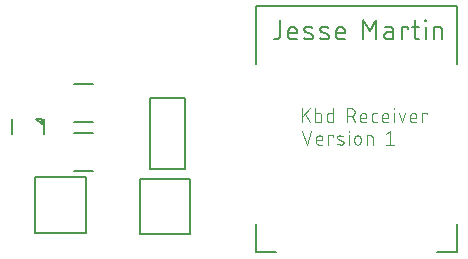
<source format=gto>
G75*
%MOIN*%
%OFA0B0*%
%FSLAX25Y25*%
%IPPOS*%
%LPD*%
%AMOC8*
5,1,8,0,0,1.08239X$1,22.5*
%
%ADD10C,0.00600*%
%ADD11C,0.00400*%
%ADD12C,0.00500*%
D10*
X0097954Y0087457D02*
X0098665Y0087457D01*
X0098665Y0087458D02*
X0098739Y0087460D01*
X0098814Y0087466D01*
X0098887Y0087476D01*
X0098961Y0087489D01*
X0099033Y0087506D01*
X0099104Y0087528D01*
X0099175Y0087552D01*
X0099243Y0087581D01*
X0099311Y0087613D01*
X0099376Y0087649D01*
X0099439Y0087687D01*
X0099501Y0087730D01*
X0099560Y0087775D01*
X0099617Y0087823D01*
X0099671Y0087874D01*
X0099722Y0087928D01*
X0099770Y0087985D01*
X0099815Y0088044D01*
X0099858Y0088106D01*
X0099896Y0088169D01*
X0099932Y0088234D01*
X0099964Y0088302D01*
X0099993Y0088370D01*
X0100017Y0088441D01*
X0100039Y0088512D01*
X0100056Y0088584D01*
X0100069Y0088658D01*
X0100079Y0088731D01*
X0100085Y0088806D01*
X0100087Y0088880D01*
X0100088Y0088880D02*
X0100088Y0093857D01*
X0102815Y0090302D02*
X0102815Y0088524D01*
X0102815Y0089591D02*
X0105660Y0089591D01*
X0105660Y0090302D01*
X0105659Y0090302D02*
X0105657Y0090376D01*
X0105651Y0090451D01*
X0105641Y0090524D01*
X0105628Y0090598D01*
X0105611Y0090670D01*
X0105589Y0090741D01*
X0105565Y0090812D01*
X0105536Y0090880D01*
X0105504Y0090948D01*
X0105468Y0091013D01*
X0105430Y0091076D01*
X0105387Y0091138D01*
X0105342Y0091197D01*
X0105294Y0091254D01*
X0105243Y0091308D01*
X0105189Y0091359D01*
X0105132Y0091407D01*
X0105073Y0091452D01*
X0105011Y0091495D01*
X0104948Y0091533D01*
X0104883Y0091569D01*
X0104815Y0091601D01*
X0104747Y0091630D01*
X0104676Y0091654D01*
X0104605Y0091676D01*
X0104533Y0091693D01*
X0104459Y0091706D01*
X0104386Y0091716D01*
X0104311Y0091722D01*
X0104237Y0091724D01*
X0104163Y0091722D01*
X0104088Y0091716D01*
X0104015Y0091706D01*
X0103941Y0091693D01*
X0103869Y0091676D01*
X0103798Y0091654D01*
X0103727Y0091630D01*
X0103659Y0091601D01*
X0103591Y0091569D01*
X0103526Y0091533D01*
X0103463Y0091495D01*
X0103401Y0091452D01*
X0103342Y0091407D01*
X0103285Y0091359D01*
X0103231Y0091308D01*
X0103180Y0091254D01*
X0103132Y0091197D01*
X0103087Y0091138D01*
X0103044Y0091076D01*
X0103006Y0091013D01*
X0102970Y0090948D01*
X0102938Y0090880D01*
X0102909Y0090812D01*
X0102885Y0090741D01*
X0102863Y0090670D01*
X0102846Y0090598D01*
X0102833Y0090524D01*
X0102823Y0090451D01*
X0102817Y0090376D01*
X0102815Y0090302D01*
X0102815Y0088524D02*
X0102817Y0088460D01*
X0102823Y0088395D01*
X0102832Y0088332D01*
X0102846Y0088269D01*
X0102863Y0088207D01*
X0102884Y0088146D01*
X0102909Y0088086D01*
X0102937Y0088028D01*
X0102969Y0087972D01*
X0103004Y0087918D01*
X0103042Y0087866D01*
X0103083Y0087816D01*
X0103128Y0087770D01*
X0103174Y0087725D01*
X0103224Y0087684D01*
X0103276Y0087646D01*
X0103330Y0087611D01*
X0103386Y0087579D01*
X0103444Y0087551D01*
X0103504Y0087526D01*
X0103565Y0087505D01*
X0103627Y0087488D01*
X0103690Y0087474D01*
X0103753Y0087465D01*
X0103818Y0087459D01*
X0103882Y0087457D01*
X0105660Y0087457D01*
X0109038Y0091725D02*
X0109156Y0091721D01*
X0109273Y0091714D01*
X0109391Y0091704D01*
X0109508Y0091690D01*
X0109624Y0091673D01*
X0109740Y0091653D01*
X0109856Y0091629D01*
X0109971Y0091602D01*
X0110085Y0091571D01*
X0110197Y0091537D01*
X0110309Y0091500D01*
X0110420Y0091459D01*
X0110530Y0091416D01*
X0110638Y0091369D01*
X0109037Y0091724D02*
X0108978Y0091723D01*
X0108918Y0091718D01*
X0108860Y0091709D01*
X0108801Y0091697D01*
X0108744Y0091680D01*
X0108688Y0091661D01*
X0108633Y0091637D01*
X0108580Y0091610D01*
X0108529Y0091580D01*
X0108480Y0091546D01*
X0108433Y0091510D01*
X0108389Y0091470D01*
X0108347Y0091428D01*
X0108308Y0091383D01*
X0108272Y0091335D01*
X0108239Y0091286D01*
X0108210Y0091234D01*
X0108183Y0091181D01*
X0108161Y0091126D01*
X0108142Y0091069D01*
X0108126Y0091012D01*
X0108115Y0090954D01*
X0108107Y0090895D01*
X0108103Y0090835D01*
X0108102Y0090776D01*
X0108106Y0090716D01*
X0108113Y0090657D01*
X0108125Y0090599D01*
X0108140Y0090541D01*
X0108158Y0090485D01*
X0108181Y0090430D01*
X0108206Y0090376D01*
X0108236Y0090324D01*
X0108268Y0090274D01*
X0108304Y0090227D01*
X0108342Y0090181D01*
X0108384Y0090139D01*
X0108428Y0090099D01*
X0108474Y0090062D01*
X0108523Y0090028D01*
X0108574Y0089997D01*
X0108627Y0089970D01*
X0108682Y0089946D01*
X0110460Y0089235D01*
X0110459Y0089235D02*
X0110514Y0089211D01*
X0110567Y0089184D01*
X0110618Y0089153D01*
X0110667Y0089119D01*
X0110713Y0089082D01*
X0110757Y0089042D01*
X0110799Y0089000D01*
X0110837Y0088954D01*
X0110873Y0088907D01*
X0110905Y0088857D01*
X0110935Y0088805D01*
X0110960Y0088751D01*
X0110983Y0088696D01*
X0111001Y0088640D01*
X0111016Y0088582D01*
X0111028Y0088524D01*
X0111035Y0088465D01*
X0111039Y0088405D01*
X0111038Y0088346D01*
X0111034Y0088286D01*
X0111026Y0088227D01*
X0111015Y0088169D01*
X0110999Y0088112D01*
X0110980Y0088055D01*
X0110958Y0088000D01*
X0110931Y0087947D01*
X0110902Y0087895D01*
X0110869Y0087846D01*
X0110833Y0087798D01*
X0110794Y0087753D01*
X0110752Y0087711D01*
X0110708Y0087671D01*
X0110661Y0087635D01*
X0110612Y0087601D01*
X0110561Y0087571D01*
X0110508Y0087544D01*
X0110453Y0087520D01*
X0110397Y0087501D01*
X0110340Y0087484D01*
X0110281Y0087472D01*
X0110223Y0087463D01*
X0110163Y0087458D01*
X0110104Y0087457D01*
X0114371Y0091725D02*
X0114489Y0091721D01*
X0114606Y0091714D01*
X0114724Y0091704D01*
X0114841Y0091690D01*
X0114957Y0091673D01*
X0115073Y0091653D01*
X0115189Y0091629D01*
X0115304Y0091602D01*
X0115418Y0091571D01*
X0115530Y0091537D01*
X0115642Y0091500D01*
X0115753Y0091459D01*
X0115863Y0091416D01*
X0115971Y0091369D01*
X0114371Y0091724D02*
X0114312Y0091723D01*
X0114252Y0091718D01*
X0114194Y0091709D01*
X0114135Y0091697D01*
X0114078Y0091680D01*
X0114022Y0091661D01*
X0113967Y0091637D01*
X0113914Y0091610D01*
X0113863Y0091580D01*
X0113814Y0091546D01*
X0113767Y0091510D01*
X0113723Y0091470D01*
X0113681Y0091428D01*
X0113642Y0091383D01*
X0113606Y0091335D01*
X0113573Y0091286D01*
X0113544Y0091234D01*
X0113517Y0091181D01*
X0113495Y0091126D01*
X0113476Y0091069D01*
X0113460Y0091012D01*
X0113449Y0090954D01*
X0113441Y0090895D01*
X0113437Y0090835D01*
X0113436Y0090776D01*
X0113440Y0090716D01*
X0113447Y0090657D01*
X0113459Y0090599D01*
X0113474Y0090541D01*
X0113492Y0090485D01*
X0113515Y0090430D01*
X0113540Y0090376D01*
X0113570Y0090324D01*
X0113602Y0090274D01*
X0113638Y0090227D01*
X0113676Y0090181D01*
X0113718Y0090139D01*
X0113762Y0090099D01*
X0113808Y0090062D01*
X0113857Y0090028D01*
X0113908Y0089997D01*
X0113961Y0089970D01*
X0114016Y0089946D01*
X0115793Y0089235D01*
X0115848Y0089211D01*
X0115901Y0089184D01*
X0115952Y0089153D01*
X0116001Y0089119D01*
X0116047Y0089082D01*
X0116091Y0089042D01*
X0116133Y0089000D01*
X0116171Y0088954D01*
X0116207Y0088907D01*
X0116239Y0088857D01*
X0116269Y0088805D01*
X0116294Y0088751D01*
X0116317Y0088696D01*
X0116335Y0088640D01*
X0116350Y0088582D01*
X0116362Y0088524D01*
X0116369Y0088465D01*
X0116373Y0088405D01*
X0116372Y0088346D01*
X0116368Y0088286D01*
X0116360Y0088227D01*
X0116349Y0088169D01*
X0116333Y0088112D01*
X0116314Y0088055D01*
X0116292Y0088000D01*
X0116265Y0087947D01*
X0116236Y0087895D01*
X0116203Y0087846D01*
X0116167Y0087798D01*
X0116128Y0087753D01*
X0116086Y0087711D01*
X0116042Y0087671D01*
X0115995Y0087635D01*
X0115946Y0087601D01*
X0115895Y0087571D01*
X0115842Y0087544D01*
X0115787Y0087520D01*
X0115731Y0087501D01*
X0115674Y0087484D01*
X0115615Y0087472D01*
X0115557Y0087463D01*
X0115497Y0087458D01*
X0115438Y0087457D01*
X0118816Y0088524D02*
X0118816Y0090302D01*
X0118816Y0089591D02*
X0121660Y0089591D01*
X0121660Y0090302D01*
X0121658Y0090376D01*
X0121652Y0090451D01*
X0121642Y0090524D01*
X0121629Y0090598D01*
X0121612Y0090670D01*
X0121590Y0090741D01*
X0121566Y0090812D01*
X0121537Y0090880D01*
X0121505Y0090948D01*
X0121469Y0091013D01*
X0121431Y0091076D01*
X0121388Y0091138D01*
X0121343Y0091197D01*
X0121295Y0091254D01*
X0121244Y0091308D01*
X0121190Y0091359D01*
X0121133Y0091407D01*
X0121074Y0091452D01*
X0121012Y0091495D01*
X0120949Y0091533D01*
X0120884Y0091569D01*
X0120816Y0091601D01*
X0120748Y0091630D01*
X0120677Y0091654D01*
X0120606Y0091676D01*
X0120534Y0091693D01*
X0120460Y0091706D01*
X0120387Y0091716D01*
X0120312Y0091722D01*
X0120238Y0091724D01*
X0120164Y0091722D01*
X0120089Y0091716D01*
X0120016Y0091706D01*
X0119942Y0091693D01*
X0119870Y0091676D01*
X0119799Y0091654D01*
X0119728Y0091630D01*
X0119660Y0091601D01*
X0119592Y0091569D01*
X0119527Y0091533D01*
X0119464Y0091495D01*
X0119402Y0091452D01*
X0119343Y0091407D01*
X0119286Y0091359D01*
X0119232Y0091308D01*
X0119181Y0091254D01*
X0119133Y0091197D01*
X0119088Y0091138D01*
X0119045Y0091076D01*
X0119007Y0091013D01*
X0118971Y0090948D01*
X0118939Y0090880D01*
X0118910Y0090812D01*
X0118886Y0090741D01*
X0118864Y0090670D01*
X0118847Y0090598D01*
X0118834Y0090524D01*
X0118824Y0090451D01*
X0118818Y0090376D01*
X0118816Y0090302D01*
X0118815Y0088524D02*
X0118817Y0088460D01*
X0118823Y0088395D01*
X0118832Y0088332D01*
X0118846Y0088269D01*
X0118863Y0088207D01*
X0118884Y0088146D01*
X0118909Y0088086D01*
X0118937Y0088028D01*
X0118969Y0087972D01*
X0119004Y0087918D01*
X0119042Y0087866D01*
X0119083Y0087816D01*
X0119128Y0087770D01*
X0119174Y0087725D01*
X0119224Y0087684D01*
X0119276Y0087646D01*
X0119330Y0087611D01*
X0119386Y0087579D01*
X0119444Y0087551D01*
X0119504Y0087526D01*
X0119565Y0087505D01*
X0119627Y0087488D01*
X0119690Y0087474D01*
X0119753Y0087465D01*
X0119818Y0087459D01*
X0119882Y0087457D01*
X0121660Y0087457D01*
X0127746Y0087457D02*
X0127746Y0093857D01*
X0129879Y0090302D01*
X0132013Y0093857D01*
X0132013Y0087457D01*
X0136032Y0087457D02*
X0137632Y0087457D01*
X0137632Y0090657D01*
X0137632Y0089946D02*
X0136032Y0089946D01*
X0137632Y0090657D02*
X0137630Y0090721D01*
X0137624Y0090786D01*
X0137615Y0090849D01*
X0137601Y0090912D01*
X0137584Y0090974D01*
X0137563Y0091035D01*
X0137538Y0091095D01*
X0137510Y0091153D01*
X0137478Y0091209D01*
X0137443Y0091263D01*
X0137405Y0091315D01*
X0137364Y0091365D01*
X0137319Y0091411D01*
X0137273Y0091456D01*
X0137223Y0091497D01*
X0137171Y0091535D01*
X0137117Y0091570D01*
X0137061Y0091602D01*
X0137003Y0091630D01*
X0136943Y0091655D01*
X0136882Y0091676D01*
X0136820Y0091693D01*
X0136757Y0091707D01*
X0136694Y0091716D01*
X0136629Y0091722D01*
X0136565Y0091724D01*
X0135143Y0091724D01*
X0140593Y0091724D02*
X0142727Y0091724D01*
X0142727Y0091013D01*
X0144152Y0091724D02*
X0146285Y0091724D01*
X0148546Y0091724D02*
X0148546Y0087457D01*
X0146285Y0087457D02*
X0145930Y0087457D01*
X0145866Y0087459D01*
X0145801Y0087465D01*
X0145738Y0087474D01*
X0145675Y0087488D01*
X0145613Y0087505D01*
X0145552Y0087526D01*
X0145492Y0087551D01*
X0145434Y0087579D01*
X0145378Y0087611D01*
X0145324Y0087646D01*
X0145272Y0087684D01*
X0145222Y0087725D01*
X0145176Y0087770D01*
X0145131Y0087816D01*
X0145090Y0087866D01*
X0145052Y0087918D01*
X0145017Y0087972D01*
X0144985Y0088028D01*
X0144957Y0088086D01*
X0144932Y0088146D01*
X0144911Y0088207D01*
X0144894Y0088269D01*
X0144880Y0088332D01*
X0144871Y0088395D01*
X0144865Y0088460D01*
X0144863Y0088524D01*
X0144863Y0093857D01*
X0148369Y0093857D02*
X0148369Y0093502D01*
X0148724Y0093502D01*
X0148724Y0093857D01*
X0148369Y0093857D01*
X0151227Y0091724D02*
X0153005Y0091724D01*
X0151227Y0091724D02*
X0151227Y0087457D01*
X0154071Y0087457D02*
X0154071Y0090657D01*
X0154072Y0090657D02*
X0154070Y0090721D01*
X0154064Y0090786D01*
X0154055Y0090849D01*
X0154041Y0090912D01*
X0154024Y0090974D01*
X0154003Y0091035D01*
X0153978Y0091095D01*
X0153950Y0091153D01*
X0153918Y0091209D01*
X0153883Y0091263D01*
X0153845Y0091315D01*
X0153804Y0091365D01*
X0153759Y0091411D01*
X0153713Y0091456D01*
X0153663Y0091497D01*
X0153611Y0091535D01*
X0153557Y0091570D01*
X0153501Y0091602D01*
X0153443Y0091630D01*
X0153383Y0091655D01*
X0153322Y0091676D01*
X0153260Y0091693D01*
X0153197Y0091707D01*
X0153134Y0091716D01*
X0153069Y0091722D01*
X0153005Y0091724D01*
X0140593Y0091724D02*
X0140593Y0087457D01*
X0136032Y0087458D02*
X0135962Y0087460D01*
X0135893Y0087466D01*
X0135824Y0087476D01*
X0135755Y0087489D01*
X0135688Y0087507D01*
X0135621Y0087528D01*
X0135556Y0087553D01*
X0135492Y0087581D01*
X0135430Y0087613D01*
X0135370Y0087649D01*
X0135312Y0087687D01*
X0135256Y0087729D01*
X0135203Y0087774D01*
X0135152Y0087822D01*
X0135104Y0087873D01*
X0135059Y0087926D01*
X0135017Y0087982D01*
X0134979Y0088040D01*
X0134943Y0088100D01*
X0134911Y0088162D01*
X0134883Y0088226D01*
X0134858Y0088291D01*
X0134837Y0088358D01*
X0134819Y0088425D01*
X0134806Y0088494D01*
X0134796Y0088563D01*
X0134790Y0088632D01*
X0134788Y0088702D01*
X0134790Y0088772D01*
X0134796Y0088841D01*
X0134806Y0088910D01*
X0134819Y0088979D01*
X0134837Y0089046D01*
X0134858Y0089113D01*
X0134883Y0089178D01*
X0134911Y0089242D01*
X0134943Y0089304D01*
X0134979Y0089364D01*
X0135017Y0089422D01*
X0135059Y0089478D01*
X0135104Y0089531D01*
X0135152Y0089582D01*
X0135203Y0089630D01*
X0135256Y0089675D01*
X0135312Y0089717D01*
X0135370Y0089755D01*
X0135430Y0089791D01*
X0135492Y0089823D01*
X0135556Y0089851D01*
X0135621Y0089876D01*
X0135688Y0089897D01*
X0135755Y0089915D01*
X0135824Y0089928D01*
X0135893Y0089938D01*
X0135962Y0089944D01*
X0136032Y0089946D01*
X0115438Y0087458D02*
X0115284Y0087462D01*
X0115131Y0087470D01*
X0114978Y0087482D01*
X0114825Y0087498D01*
X0114673Y0087517D01*
X0114521Y0087541D01*
X0114370Y0087568D01*
X0114220Y0087600D01*
X0114070Y0087635D01*
X0113921Y0087674D01*
X0113774Y0087717D01*
X0113627Y0087763D01*
X0113482Y0087813D01*
X0110104Y0087458D02*
X0109950Y0087462D01*
X0109797Y0087470D01*
X0109644Y0087482D01*
X0109491Y0087498D01*
X0109339Y0087517D01*
X0109187Y0087541D01*
X0109036Y0087568D01*
X0108886Y0087600D01*
X0108736Y0087635D01*
X0108587Y0087674D01*
X0108440Y0087717D01*
X0108293Y0087763D01*
X0108148Y0087813D01*
D11*
X0107354Y0064457D02*
X0107354Y0059857D01*
X0107354Y0061646D02*
X0109910Y0064457D01*
X0111766Y0064457D02*
X0111766Y0059857D01*
X0113044Y0059857D01*
X0113099Y0059859D01*
X0113153Y0059865D01*
X0113207Y0059875D01*
X0113260Y0059888D01*
X0113312Y0059905D01*
X0113363Y0059926D01*
X0113412Y0059951D01*
X0113459Y0059979D01*
X0113504Y0060010D01*
X0113546Y0060044D01*
X0113586Y0060082D01*
X0113624Y0060122D01*
X0113658Y0060164D01*
X0113689Y0060209D01*
X0113717Y0060256D01*
X0113742Y0060305D01*
X0113763Y0060356D01*
X0113780Y0060408D01*
X0113793Y0060461D01*
X0113803Y0060515D01*
X0113809Y0060569D01*
X0113811Y0060624D01*
X0113811Y0062157D01*
X0113809Y0062212D01*
X0113803Y0062266D01*
X0113793Y0062320D01*
X0113780Y0062373D01*
X0113763Y0062425D01*
X0113742Y0062476D01*
X0113717Y0062525D01*
X0113689Y0062572D01*
X0113658Y0062617D01*
X0113624Y0062659D01*
X0113586Y0062699D01*
X0113546Y0062737D01*
X0113504Y0062771D01*
X0113459Y0062802D01*
X0113412Y0062830D01*
X0113363Y0062855D01*
X0113312Y0062876D01*
X0113260Y0062893D01*
X0113207Y0062906D01*
X0113153Y0062916D01*
X0113099Y0062922D01*
X0113044Y0062924D01*
X0111766Y0062924D01*
X0108377Y0062669D02*
X0109910Y0059857D01*
X0110421Y0056957D02*
X0108888Y0052357D01*
X0107354Y0056957D01*
X0112065Y0054402D02*
X0112065Y0053124D01*
X0112065Y0053891D02*
X0114110Y0053891D01*
X0114110Y0054402D01*
X0114108Y0054465D01*
X0114102Y0054528D01*
X0114093Y0054590D01*
X0114079Y0054651D01*
X0114062Y0054712D01*
X0114041Y0054771D01*
X0114016Y0054829D01*
X0113988Y0054886D01*
X0113957Y0054940D01*
X0113922Y0054992D01*
X0113884Y0055043D01*
X0113843Y0055091D01*
X0113799Y0055136D01*
X0113753Y0055178D01*
X0113704Y0055218D01*
X0113653Y0055254D01*
X0113599Y0055287D01*
X0113544Y0055317D01*
X0113486Y0055343D01*
X0113428Y0055366D01*
X0113368Y0055385D01*
X0113307Y0055400D01*
X0113245Y0055412D01*
X0113182Y0055420D01*
X0113119Y0055424D01*
X0113057Y0055424D01*
X0112994Y0055420D01*
X0112931Y0055412D01*
X0112869Y0055400D01*
X0112808Y0055385D01*
X0112748Y0055366D01*
X0112690Y0055343D01*
X0112632Y0055317D01*
X0112577Y0055287D01*
X0112523Y0055254D01*
X0112472Y0055218D01*
X0112423Y0055178D01*
X0112377Y0055136D01*
X0112333Y0055091D01*
X0112292Y0055043D01*
X0112254Y0054992D01*
X0112219Y0054940D01*
X0112188Y0054886D01*
X0112160Y0054829D01*
X0112135Y0054771D01*
X0112114Y0054712D01*
X0112097Y0054651D01*
X0112083Y0054590D01*
X0112074Y0054528D01*
X0112068Y0054465D01*
X0112066Y0054402D01*
X0112065Y0053124D02*
X0112067Y0053069D01*
X0112073Y0053015D01*
X0112083Y0052961D01*
X0112096Y0052908D01*
X0112113Y0052856D01*
X0112134Y0052805D01*
X0112159Y0052756D01*
X0112187Y0052709D01*
X0112218Y0052664D01*
X0112252Y0052622D01*
X0112290Y0052582D01*
X0112330Y0052544D01*
X0112372Y0052510D01*
X0112417Y0052479D01*
X0112464Y0052451D01*
X0112513Y0052426D01*
X0112564Y0052405D01*
X0112616Y0052388D01*
X0112669Y0052375D01*
X0112723Y0052365D01*
X0112777Y0052359D01*
X0112832Y0052357D01*
X0114110Y0052357D01*
X0116142Y0052357D02*
X0116142Y0055424D01*
X0117675Y0055424D01*
X0117675Y0054913D01*
X0119499Y0054146D02*
X0120777Y0053635D01*
X0120776Y0053636D02*
X0120823Y0053615D01*
X0120868Y0053590D01*
X0120911Y0053563D01*
X0120951Y0053532D01*
X0120990Y0053498D01*
X0121025Y0053461D01*
X0121058Y0053422D01*
X0121087Y0053380D01*
X0121113Y0053336D01*
X0121136Y0053290D01*
X0121155Y0053243D01*
X0121170Y0053194D01*
X0121181Y0053144D01*
X0121189Y0053093D01*
X0121193Y0053042D01*
X0121192Y0052991D01*
X0121188Y0052940D01*
X0121180Y0052890D01*
X0121168Y0052840D01*
X0121152Y0052792D01*
X0121133Y0052744D01*
X0121110Y0052699D01*
X0121084Y0052655D01*
X0121054Y0052614D01*
X0121021Y0052574D01*
X0120985Y0052538D01*
X0120947Y0052504D01*
X0120906Y0052474D01*
X0120863Y0052446D01*
X0120817Y0052423D01*
X0120770Y0052402D01*
X0120722Y0052385D01*
X0120673Y0052373D01*
X0120622Y0052363D01*
X0120572Y0052358D01*
X0120521Y0052357D01*
X0120904Y0055168D02*
X0120814Y0055207D01*
X0120721Y0055243D01*
X0120628Y0055276D01*
X0120534Y0055305D01*
X0120439Y0055332D01*
X0120343Y0055355D01*
X0120246Y0055375D01*
X0120148Y0055391D01*
X0120050Y0055404D01*
X0119952Y0055414D01*
X0119853Y0055421D01*
X0119754Y0055424D01*
X0119754Y0055425D02*
X0119703Y0055424D01*
X0119653Y0055419D01*
X0119602Y0055409D01*
X0119553Y0055397D01*
X0119505Y0055380D01*
X0119458Y0055359D01*
X0119412Y0055336D01*
X0119369Y0055308D01*
X0119328Y0055278D01*
X0119290Y0055244D01*
X0119254Y0055208D01*
X0119221Y0055168D01*
X0119191Y0055127D01*
X0119165Y0055083D01*
X0119142Y0055038D01*
X0119123Y0054990D01*
X0119107Y0054942D01*
X0119095Y0054892D01*
X0119087Y0054842D01*
X0119083Y0054791D01*
X0119082Y0054740D01*
X0119086Y0054689D01*
X0119094Y0054638D01*
X0119105Y0054588D01*
X0119120Y0054539D01*
X0119139Y0054492D01*
X0119162Y0054446D01*
X0119188Y0054402D01*
X0119217Y0054360D01*
X0119250Y0054321D01*
X0119285Y0054284D01*
X0119324Y0054250D01*
X0119364Y0054219D01*
X0119407Y0054192D01*
X0119452Y0054167D01*
X0119499Y0054146D01*
X0119116Y0052613D02*
X0119239Y0052571D01*
X0119364Y0052532D01*
X0119489Y0052497D01*
X0119616Y0052466D01*
X0119744Y0052439D01*
X0119872Y0052416D01*
X0120001Y0052396D01*
X0120131Y0052381D01*
X0120260Y0052369D01*
X0120391Y0052361D01*
X0120521Y0052357D01*
X0122988Y0052357D02*
X0122988Y0055424D01*
X0123115Y0056702D02*
X0122860Y0056702D01*
X0122860Y0056957D01*
X0123115Y0056957D01*
X0123115Y0056702D01*
X0124815Y0054402D02*
X0124815Y0053380D01*
X0124816Y0053380D02*
X0124818Y0053317D01*
X0124824Y0053254D01*
X0124833Y0053192D01*
X0124847Y0053131D01*
X0124864Y0053070D01*
X0124885Y0053011D01*
X0124910Y0052953D01*
X0124938Y0052896D01*
X0124969Y0052842D01*
X0125004Y0052790D01*
X0125042Y0052739D01*
X0125083Y0052691D01*
X0125127Y0052646D01*
X0125173Y0052604D01*
X0125222Y0052564D01*
X0125273Y0052528D01*
X0125327Y0052495D01*
X0125382Y0052465D01*
X0125440Y0052439D01*
X0125498Y0052416D01*
X0125558Y0052397D01*
X0125619Y0052382D01*
X0125681Y0052370D01*
X0125744Y0052362D01*
X0125807Y0052358D01*
X0125869Y0052358D01*
X0125932Y0052362D01*
X0125995Y0052370D01*
X0126057Y0052382D01*
X0126118Y0052397D01*
X0126178Y0052416D01*
X0126236Y0052439D01*
X0126294Y0052465D01*
X0126349Y0052495D01*
X0126403Y0052528D01*
X0126454Y0052564D01*
X0126503Y0052604D01*
X0126549Y0052646D01*
X0126593Y0052691D01*
X0126634Y0052739D01*
X0126672Y0052790D01*
X0126707Y0052842D01*
X0126738Y0052896D01*
X0126766Y0052953D01*
X0126791Y0053011D01*
X0126812Y0053070D01*
X0126829Y0053131D01*
X0126843Y0053192D01*
X0126852Y0053254D01*
X0126858Y0053317D01*
X0126860Y0053380D01*
X0126860Y0054402D01*
X0126858Y0054465D01*
X0126852Y0054528D01*
X0126843Y0054590D01*
X0126829Y0054651D01*
X0126812Y0054712D01*
X0126791Y0054771D01*
X0126766Y0054829D01*
X0126738Y0054886D01*
X0126707Y0054940D01*
X0126672Y0054992D01*
X0126634Y0055043D01*
X0126593Y0055091D01*
X0126549Y0055136D01*
X0126503Y0055178D01*
X0126454Y0055218D01*
X0126403Y0055254D01*
X0126349Y0055287D01*
X0126294Y0055317D01*
X0126236Y0055343D01*
X0126178Y0055366D01*
X0126118Y0055385D01*
X0126057Y0055400D01*
X0125995Y0055412D01*
X0125932Y0055420D01*
X0125869Y0055424D01*
X0125807Y0055424D01*
X0125744Y0055420D01*
X0125681Y0055412D01*
X0125619Y0055400D01*
X0125558Y0055385D01*
X0125498Y0055366D01*
X0125440Y0055343D01*
X0125382Y0055317D01*
X0125327Y0055287D01*
X0125273Y0055254D01*
X0125222Y0055218D01*
X0125173Y0055178D01*
X0125127Y0055136D01*
X0125083Y0055091D01*
X0125042Y0055043D01*
X0125004Y0054992D01*
X0124969Y0054940D01*
X0124938Y0054886D01*
X0124910Y0054829D01*
X0124885Y0054771D01*
X0124864Y0054712D01*
X0124847Y0054651D01*
X0124833Y0054590D01*
X0124824Y0054528D01*
X0124818Y0054465D01*
X0124816Y0054402D01*
X0128865Y0055424D02*
X0128865Y0052357D01*
X0130910Y0052357D02*
X0130910Y0054657D01*
X0130908Y0054712D01*
X0130902Y0054766D01*
X0130892Y0054820D01*
X0130879Y0054873D01*
X0130862Y0054925D01*
X0130841Y0054976D01*
X0130816Y0055025D01*
X0130788Y0055072D01*
X0130757Y0055117D01*
X0130723Y0055159D01*
X0130685Y0055199D01*
X0130645Y0055237D01*
X0130603Y0055271D01*
X0130558Y0055302D01*
X0130511Y0055330D01*
X0130462Y0055355D01*
X0130411Y0055376D01*
X0130359Y0055393D01*
X0130306Y0055406D01*
X0130252Y0055416D01*
X0130198Y0055422D01*
X0130143Y0055424D01*
X0128865Y0055424D01*
X0135360Y0055935D02*
X0136638Y0056957D01*
X0136638Y0052357D01*
X0137915Y0052357D02*
X0135360Y0052357D01*
X0134860Y0059857D02*
X0136138Y0059857D01*
X0134860Y0059857D02*
X0134805Y0059859D01*
X0134751Y0059865D01*
X0134697Y0059875D01*
X0134644Y0059888D01*
X0134592Y0059905D01*
X0134541Y0059926D01*
X0134492Y0059951D01*
X0134445Y0059979D01*
X0134400Y0060010D01*
X0134358Y0060044D01*
X0134318Y0060082D01*
X0134280Y0060122D01*
X0134246Y0060164D01*
X0134215Y0060209D01*
X0134187Y0060256D01*
X0134162Y0060305D01*
X0134141Y0060356D01*
X0134124Y0060408D01*
X0134111Y0060461D01*
X0134101Y0060515D01*
X0134095Y0060569D01*
X0134093Y0060624D01*
X0134093Y0061902D01*
X0134093Y0061391D02*
X0136138Y0061391D01*
X0136138Y0061902D01*
X0136137Y0061902D02*
X0136135Y0061965D01*
X0136129Y0062028D01*
X0136120Y0062090D01*
X0136106Y0062151D01*
X0136089Y0062212D01*
X0136068Y0062271D01*
X0136043Y0062329D01*
X0136015Y0062386D01*
X0135984Y0062440D01*
X0135949Y0062492D01*
X0135911Y0062543D01*
X0135870Y0062591D01*
X0135826Y0062636D01*
X0135780Y0062678D01*
X0135731Y0062718D01*
X0135680Y0062754D01*
X0135626Y0062787D01*
X0135571Y0062817D01*
X0135513Y0062843D01*
X0135455Y0062866D01*
X0135395Y0062885D01*
X0135334Y0062900D01*
X0135272Y0062912D01*
X0135209Y0062920D01*
X0135146Y0062924D01*
X0135084Y0062924D01*
X0135021Y0062920D01*
X0134958Y0062912D01*
X0134896Y0062900D01*
X0134835Y0062885D01*
X0134775Y0062866D01*
X0134717Y0062843D01*
X0134659Y0062817D01*
X0134604Y0062787D01*
X0134550Y0062754D01*
X0134499Y0062718D01*
X0134450Y0062678D01*
X0134404Y0062636D01*
X0134360Y0062591D01*
X0134319Y0062543D01*
X0134281Y0062492D01*
X0134246Y0062440D01*
X0134215Y0062386D01*
X0134187Y0062329D01*
X0134162Y0062271D01*
X0134141Y0062212D01*
X0134124Y0062151D01*
X0134110Y0062090D01*
X0134101Y0062028D01*
X0134095Y0061965D01*
X0134093Y0061902D01*
X0132437Y0062924D02*
X0131415Y0062924D01*
X0131360Y0062922D01*
X0131306Y0062916D01*
X0131252Y0062906D01*
X0131199Y0062893D01*
X0131147Y0062876D01*
X0131096Y0062855D01*
X0131047Y0062830D01*
X0131000Y0062802D01*
X0130955Y0062771D01*
X0130913Y0062737D01*
X0130873Y0062699D01*
X0130835Y0062659D01*
X0130801Y0062617D01*
X0130770Y0062572D01*
X0130742Y0062525D01*
X0130717Y0062476D01*
X0130696Y0062425D01*
X0130679Y0062373D01*
X0130666Y0062320D01*
X0130656Y0062266D01*
X0130650Y0062212D01*
X0130648Y0062157D01*
X0130648Y0060624D01*
X0130650Y0060569D01*
X0130656Y0060515D01*
X0130666Y0060461D01*
X0130679Y0060408D01*
X0130696Y0060356D01*
X0130717Y0060305D01*
X0130742Y0060256D01*
X0130770Y0060209D01*
X0130801Y0060164D01*
X0130835Y0060122D01*
X0130873Y0060082D01*
X0130913Y0060044D01*
X0130955Y0060010D01*
X0131000Y0059979D01*
X0131047Y0059951D01*
X0131096Y0059926D01*
X0131147Y0059905D01*
X0131199Y0059888D01*
X0131252Y0059875D01*
X0131306Y0059865D01*
X0131360Y0059859D01*
X0131415Y0059857D01*
X0132437Y0059857D01*
X0128788Y0059857D02*
X0127510Y0059857D01*
X0127455Y0059859D01*
X0127401Y0059865D01*
X0127347Y0059875D01*
X0127294Y0059888D01*
X0127242Y0059905D01*
X0127191Y0059926D01*
X0127142Y0059951D01*
X0127095Y0059979D01*
X0127050Y0060010D01*
X0127008Y0060044D01*
X0126968Y0060082D01*
X0126930Y0060122D01*
X0126896Y0060164D01*
X0126865Y0060209D01*
X0126837Y0060256D01*
X0126812Y0060305D01*
X0126791Y0060356D01*
X0126774Y0060408D01*
X0126761Y0060461D01*
X0126751Y0060515D01*
X0126745Y0060569D01*
X0126743Y0060624D01*
X0126743Y0061902D01*
X0126743Y0061391D02*
X0128788Y0061391D01*
X0128788Y0061902D01*
X0128787Y0061902D02*
X0128785Y0061965D01*
X0128779Y0062028D01*
X0128770Y0062090D01*
X0128756Y0062151D01*
X0128739Y0062212D01*
X0128718Y0062271D01*
X0128693Y0062329D01*
X0128665Y0062386D01*
X0128634Y0062440D01*
X0128599Y0062492D01*
X0128561Y0062543D01*
X0128520Y0062591D01*
X0128476Y0062636D01*
X0128430Y0062678D01*
X0128381Y0062718D01*
X0128330Y0062754D01*
X0128276Y0062787D01*
X0128221Y0062817D01*
X0128163Y0062843D01*
X0128105Y0062866D01*
X0128045Y0062885D01*
X0127984Y0062900D01*
X0127922Y0062912D01*
X0127859Y0062920D01*
X0127796Y0062924D01*
X0127734Y0062924D01*
X0127671Y0062920D01*
X0127608Y0062912D01*
X0127546Y0062900D01*
X0127485Y0062885D01*
X0127425Y0062866D01*
X0127367Y0062843D01*
X0127309Y0062817D01*
X0127254Y0062787D01*
X0127200Y0062754D01*
X0127149Y0062718D01*
X0127100Y0062678D01*
X0127054Y0062636D01*
X0127010Y0062591D01*
X0126969Y0062543D01*
X0126931Y0062492D01*
X0126896Y0062440D01*
X0126865Y0062386D01*
X0126837Y0062329D01*
X0126812Y0062271D01*
X0126791Y0062212D01*
X0126774Y0062151D01*
X0126760Y0062090D01*
X0126751Y0062028D01*
X0126745Y0061965D01*
X0126743Y0061902D01*
X0124872Y0059857D02*
X0123850Y0061902D01*
X0123594Y0061902D02*
X0122317Y0061902D01*
X0123594Y0061902D02*
X0123664Y0061904D01*
X0123735Y0061910D01*
X0123804Y0061919D01*
X0123873Y0061933D01*
X0123942Y0061950D01*
X0124009Y0061971D01*
X0124075Y0061996D01*
X0124139Y0062024D01*
X0124202Y0062056D01*
X0124263Y0062091D01*
X0124322Y0062130D01*
X0124379Y0062171D01*
X0124433Y0062216D01*
X0124485Y0062264D01*
X0124534Y0062314D01*
X0124581Y0062368D01*
X0124624Y0062423D01*
X0124664Y0062481D01*
X0124701Y0062541D01*
X0124734Y0062603D01*
X0124764Y0062667D01*
X0124791Y0062732D01*
X0124814Y0062798D01*
X0124833Y0062866D01*
X0124848Y0062935D01*
X0124860Y0063004D01*
X0124868Y0063074D01*
X0124872Y0063145D01*
X0124872Y0063215D01*
X0124868Y0063286D01*
X0124860Y0063356D01*
X0124848Y0063425D01*
X0124833Y0063494D01*
X0124814Y0063562D01*
X0124791Y0063628D01*
X0124764Y0063693D01*
X0124734Y0063757D01*
X0124701Y0063819D01*
X0124664Y0063879D01*
X0124624Y0063937D01*
X0124581Y0063992D01*
X0124534Y0064046D01*
X0124485Y0064096D01*
X0124433Y0064144D01*
X0124379Y0064189D01*
X0124322Y0064230D01*
X0124263Y0064269D01*
X0124202Y0064304D01*
X0124139Y0064336D01*
X0124075Y0064364D01*
X0124009Y0064389D01*
X0123942Y0064410D01*
X0123873Y0064427D01*
X0123804Y0064441D01*
X0123735Y0064450D01*
X0123664Y0064456D01*
X0123594Y0064458D01*
X0123594Y0064457D02*
X0122317Y0064457D01*
X0122317Y0059857D01*
X0117664Y0059857D02*
X0116387Y0059857D01*
X0116332Y0059859D01*
X0116278Y0059865D01*
X0116224Y0059875D01*
X0116171Y0059888D01*
X0116119Y0059905D01*
X0116068Y0059926D01*
X0116019Y0059951D01*
X0115972Y0059979D01*
X0115927Y0060010D01*
X0115885Y0060044D01*
X0115845Y0060082D01*
X0115807Y0060122D01*
X0115773Y0060164D01*
X0115742Y0060209D01*
X0115714Y0060256D01*
X0115689Y0060305D01*
X0115668Y0060356D01*
X0115651Y0060408D01*
X0115638Y0060461D01*
X0115628Y0060515D01*
X0115622Y0060569D01*
X0115620Y0060624D01*
X0115620Y0062157D01*
X0115622Y0062212D01*
X0115628Y0062266D01*
X0115638Y0062320D01*
X0115651Y0062373D01*
X0115668Y0062425D01*
X0115689Y0062476D01*
X0115714Y0062525D01*
X0115742Y0062572D01*
X0115773Y0062617D01*
X0115807Y0062659D01*
X0115845Y0062699D01*
X0115885Y0062737D01*
X0115927Y0062771D01*
X0115972Y0062802D01*
X0116019Y0062830D01*
X0116068Y0062855D01*
X0116119Y0062876D01*
X0116171Y0062893D01*
X0116224Y0062906D01*
X0116278Y0062916D01*
X0116332Y0062922D01*
X0116387Y0062924D01*
X0117664Y0062924D01*
X0117664Y0064457D02*
X0117664Y0059857D01*
X0137965Y0059857D02*
X0137965Y0062924D01*
X0138093Y0064202D02*
X0137838Y0064202D01*
X0137838Y0064457D01*
X0138093Y0064457D01*
X0138093Y0064202D01*
X0139643Y0062924D02*
X0140665Y0059857D01*
X0141688Y0062924D01*
X0143393Y0061902D02*
X0143393Y0060624D01*
X0143395Y0060569D01*
X0143401Y0060515D01*
X0143411Y0060461D01*
X0143424Y0060408D01*
X0143441Y0060356D01*
X0143462Y0060305D01*
X0143487Y0060256D01*
X0143515Y0060209D01*
X0143546Y0060164D01*
X0143580Y0060122D01*
X0143618Y0060082D01*
X0143658Y0060044D01*
X0143700Y0060010D01*
X0143745Y0059979D01*
X0143792Y0059951D01*
X0143841Y0059926D01*
X0143892Y0059905D01*
X0143944Y0059888D01*
X0143997Y0059875D01*
X0144051Y0059865D01*
X0144105Y0059859D01*
X0144160Y0059857D01*
X0145438Y0059857D01*
X0145438Y0061391D02*
X0143393Y0061391D01*
X0143393Y0061902D02*
X0143395Y0061965D01*
X0143401Y0062028D01*
X0143410Y0062090D01*
X0143424Y0062151D01*
X0143441Y0062212D01*
X0143462Y0062271D01*
X0143487Y0062329D01*
X0143515Y0062386D01*
X0143546Y0062440D01*
X0143581Y0062492D01*
X0143619Y0062543D01*
X0143660Y0062591D01*
X0143704Y0062636D01*
X0143750Y0062678D01*
X0143799Y0062718D01*
X0143850Y0062754D01*
X0143904Y0062787D01*
X0143959Y0062817D01*
X0144017Y0062843D01*
X0144075Y0062866D01*
X0144135Y0062885D01*
X0144196Y0062900D01*
X0144258Y0062912D01*
X0144321Y0062920D01*
X0144384Y0062924D01*
X0144446Y0062924D01*
X0144509Y0062920D01*
X0144572Y0062912D01*
X0144634Y0062900D01*
X0144695Y0062885D01*
X0144755Y0062866D01*
X0144813Y0062843D01*
X0144871Y0062817D01*
X0144926Y0062787D01*
X0144980Y0062754D01*
X0145031Y0062718D01*
X0145080Y0062678D01*
X0145126Y0062636D01*
X0145170Y0062591D01*
X0145211Y0062543D01*
X0145249Y0062492D01*
X0145284Y0062440D01*
X0145315Y0062386D01*
X0145343Y0062329D01*
X0145368Y0062271D01*
X0145389Y0062212D01*
X0145406Y0062151D01*
X0145420Y0062090D01*
X0145429Y0062028D01*
X0145435Y0061965D01*
X0145437Y0061902D01*
X0145438Y0061902D02*
X0145438Y0061391D01*
X0147469Y0062924D02*
X0147469Y0059857D01*
X0149003Y0062413D02*
X0149003Y0062924D01*
X0147469Y0062924D01*
D12*
X0035225Y0022945D02*
X0018296Y0022945D01*
X0018296Y0041449D01*
X0035225Y0041449D01*
X0035225Y0022945D01*
X0053190Y0022551D02*
X0070119Y0022551D01*
X0070119Y0041055D01*
X0053190Y0041055D01*
X0053190Y0022551D01*
X0037607Y0043701D02*
X0031308Y0043701D01*
X0031308Y0056299D02*
X0037607Y0056299D01*
X0037607Y0059845D02*
X0031308Y0059845D01*
X0021272Y0061000D02*
X0021272Y0056000D01*
X0020550Y0059100D02*
X0018629Y0061020D01*
X0020542Y0061020D01*
X0020550Y0061020D02*
X0020550Y0059100D01*
X0010643Y0061000D02*
X0010643Y0056000D01*
X0031308Y0072444D02*
X0037607Y0072444D01*
X0056591Y0067772D02*
X0068402Y0067772D01*
X0068402Y0044150D01*
X0056591Y0044150D01*
X0056591Y0067772D01*
X0091993Y0079154D02*
X0091993Y0098445D01*
X0158922Y0098445D01*
X0158922Y0079154D01*
X0158922Y0026004D02*
X0158922Y0016555D01*
X0152229Y0016555D01*
X0098686Y0016555D02*
X0091993Y0016555D01*
X0091993Y0026004D01*
M02*

</source>
